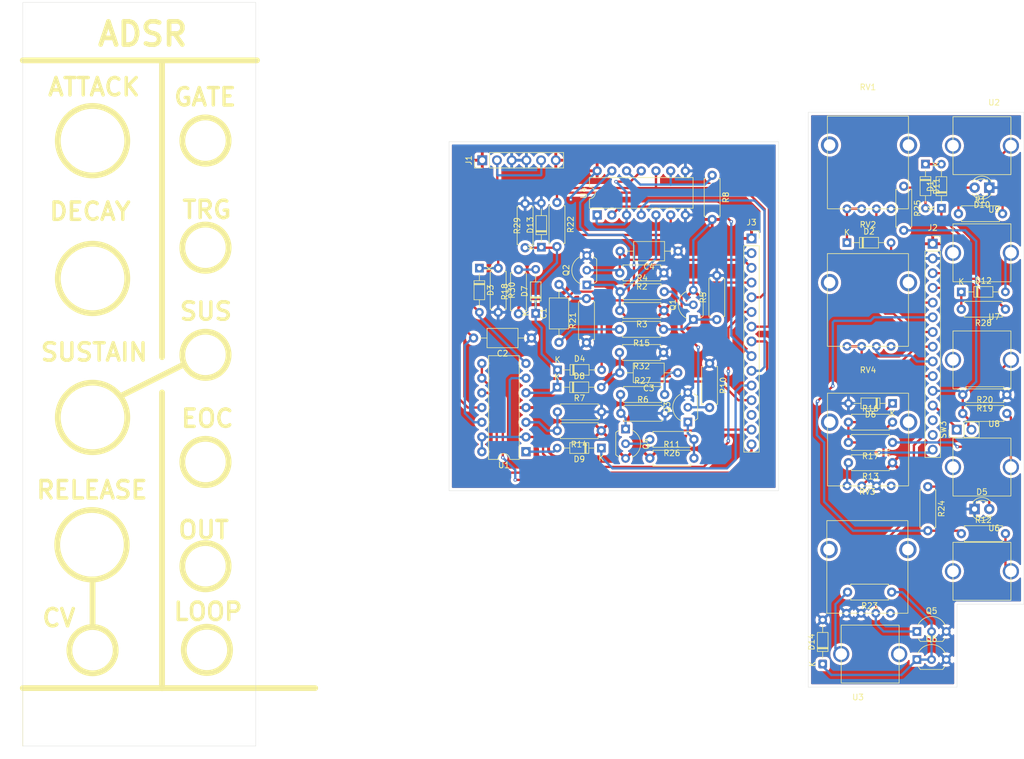
<source format=kicad_pcb>
(kicad_pcb (version 20241229) (generator "pcbnew") (generator_version "9.0")
  (layers (0 "F.Cu" signal) (2 "B.Cu" signal) (13 "F.Paste" user) (15 "B.Paste" user) (5 "F.SilkS" user "F.Silkscreen") (7 "B.SilkS" user "B.Silkscreen") (1 "F.Mask" user) (3 "B.Mask" user) (25 "Edge.Cuts" user))
  (net 0 "")
  (net 1 "Net-(D4-A)")
  (net 2 "Net-(C1-Pad1)")
  (net 3 "GND")
  (net 4 "GATEIN")
  (net 5 "CAP")
  (net 6 "Net-(C3-Pad1)")
  (net 7 "Net-(D3-K)")
  (net 8 "Net-(D5-A)")
  (net 9 "SUS")
  (net 10 "Net-(D9-A)")
  (net 11 "Net-(D2-K)")
  (net 12 "+12V")
  (net 13 "-12V")
  (net 14 "Net-(Q1-B)")
  (net 15 "GATE")
  (net 16 "GATE_INV")
  (net 17 "Net-(R1-Pad2)")
  (net 18 "Net-(D12-A)")
  (net 19 "LO_REF")
  (net 20 "Net-(D12-K)")
  (net 21 "Net-(R12-Pad2)")
  (net 22 "Net-(R16-Pad2)")
  (net 23 "Net-(R17-Pad1)")
  (net 24 "TRGIN")
  (net 25 "Net-(Q3-C)")
  (net 26 "Net-(Q4-B)")
  (net 27 "Net-(Q4-C)")
  (net 28 "Net-(D8-A)")
  (net 29 "Net-(R8-Pad1)")
  (net 30 "CAPBUF")
  (net 31 "Net-(D10-A)")
  (net 32 "Net-(D7-A)")
  (net 33 "ATTPOT1")
  (net 34 "Net-(D13-K)")
  (net 35 "LOOP")
  (net 36 "EOC")
  (net 37 "DECAYPOT2")
  (net 38 "RELPOT")
  (net 39 "Net-(D1-A)")
  (net 40 "Net-(D11-A)")
  (net 41 "Net-(R20-Pad2)")
  (net 42 "Net-(U4-Pad1)")
  (net 43 "DECAYPOT1")
  (net 46 "Net-(R13-Pad2)")
  (net 47 "Net-(R23-Pad2)")
  (net 48 "Net-(D14-K)")
  (footprint "Resistor_THT:R_Axial_DIN0207_L6.3mm_D2.5mm_P7.62mm_Horizontal" (layer "F.Cu") (at 170.28 92.65)
    (property "Reference" "R7")
    (property "Value" "100k")
  )
  (footprint "" (layer "F.Cu") (at 109.5 53.05 180)
    (property "Reference" "")
    (property "Value" "")
  )
  (footprint "Capacitor_THT:C_Axial_L5.1mm_D3.1mm_P10.00mm_Horizontal" (layer "F.Cu") (at 170.55 80.65 90)
    (property "Reference" "C1")
    (property "Value" "10n")
  )
  (footprint "Diode_THT:D_DO-34_SOD68_P7.62mm_Horizontal" (layer "F.Cu") (at 156.8 67.835 -90)
    (property "Reference" "D3")
    (property "Value" "D")
  )
  (footprint "Resistor_THT:R_Axial_DIN0207_L6.3mm_D2.5mm_P7.62mm_Horizontal" (layer "F.Cu") (at 230.09 53.68 -90)
    (property "Reference" "R25")
    (property "Value" "2k2")
  )
  (footprint "Resistor_THT:R_Axial_DIN0207_L6.3mm_D2.5mm_P7.62mm_Horizontal" (layer "F.Cu") (at 240.28 92.93)
    (property "Reference" "R20")
    (property "Value" "1k")
  )
  (footprint "Library:AlpsPot" (layer "F.Cu") (at 220.3 105.43)
    (property "Reference" "RV4")
    (property "Value" "R_Potentiometer")
  )
  (footprint "Resistor_THT:R_Axial_DIN0207_L6.3mm_D2.5mm_P7.62mm_Horizontal" (layer "F.Cu") (at 164.7 64.31 90)
    (property "Reference" "R29")
    (property "Value" "100k")
  )
  (footprint "Resistor_THT:R_Axial_DIN0207_L6.3mm_D2.5mm_P7.62mm_Horizontal" (layer "F.Cu") (at 177.86 95.9 180)
    (property "Reference" "R14")
    (property "Value" "100k")
  )
  (footprint "MountingHole:MountingHole_3.2mm_M3" (layer "F.Cu") (at 89.9 115.52182 180)
    (property "Reference" "REF**" (hide yes))
    (property "Value" "MountingHole_3.2mm_M3" (hide yes))
  )
  (footprint "Diode_THT:D_DO-34_SOD68_P7.62mm_Horizontal" (layer "F.Cu") (at 166.525 75.65 90)
    (property "Reference" "D7")
    (property "Value" "D")
  )
  (footprint "MountingHole:MountingHole_3.2mm_M3" (layer "F.Cu") (at 90 133.8 -90)
    (property "Reference" "REF**" (hide yes))
    (property "Value" "MountingHole_3.2mm_M3" (hide yes))
  )
  (footprint "Resistor_THT:R_Axial_DIN0207_L6.3mm_D2.5mm_P7.62mm_Horizontal" (layer "F.Cu") (at 228.15 97.93 180)
    (property "Reference" "R17")
    (property "Value" "10k")
  )
  (footprint "Library:3mm5 Mono Aux" (layer "F.Cu") (at 243.59 65.18)
    (property "Reference" "U9")
    (property "Value" "Aux_flush")
  )
  (footprint "Resistor_THT:R_Axial_DIN0207_L6.3mm_D2.5mm_P7.62mm_Horizontal" (layer "F.Cu") (at 196.55 84.28 -90)
    (property "Reference" "R10")
    (property "Value" "10k")
  )
  (footprint "Diode_THT:D_DO-34_SOD68_P7.62mm_Horizontal" (layer "F.Cu") (at 216.09 136.195 90)
    (property "Reference" "D14")
    (property "Value" "D")
  )
  (footprint "Diode_THT:D_DO-34_SOD68_P7.62mm_Horizontal" (layer "F.Cu") (at 177.865 98.9 180)
    (property "Reference" "D9")
    (property "Value" "D")
  )
  (footprint "Resistor_THT:R_Axial_DIN0207_L6.3mm_D2.5mm_P7.62mm_Horizontal" (layer "F.Cu") (at 188.67 68.65 180)
    (property "Reference" "R2")
    (property "Value" "10k")
  )
  (footprint "MountingHole:MountingHole_3.2mm_M3" (layer "F.Cu") (at 109.75 133.75 -90)
    (property "Reference" "REF**" (hide yes))
    (property "Value" "MountingHole_3.2mm_M3" (hide yes))
  )
  (footprint "Package_TO_SOT_THT:TO-92L_Inline_Wide" (layer "F.Cu") (at 192.8 94.4 90)
    (property "Reference" "Q3")
    (property "Value" "BC547")
  )
  (footprint "Resistor_THT:R_Axial_DIN0207_L6.3mm_D2.5mm_P7.62mm_Horizontal" (layer "F.Cu") (at 197.8 76.71 90)
    (property "Reference" "R5")
    (property "Value" "100k")
  )
  (footprint "Package_TO_SOT_THT:TO-92L_Inline_Wide" (layer "F.Cu") (at 193.75 76.7 90)
    (property "Reference" "Q1")
    (property "Value" "BC557")
  )
  (footprint "Resistor_THT:R_Axial_DIN0207_L6.3mm_D2.5mm_P7.62mm_Horizontal" (layer "F.Cu") (at 240.03 113.68)
    (property "Reference" "R12")
    (property "Value" "1k")
  )
  (footprint "Resistor_THT:R_Axial_DIN0207_L6.3mm_D2.5mm_P7.62mm_Horizontal" (layer "F.Cu") (at 193.86 97.4 180)
    (property "Reference" "R26")
    (property "Value" "10k")
  )
  (footprint "Package_TO_SOT_THT:TO-92L_Inline_Wide" (layer "F.Cu") (at 182.05 95.61 -90)
    (property "Reference" "Q4")
    (property "Value" "BC557")
  )
  (footprint "Resistor_THT:R_Axial_DIN0207_L6.3mm_D2.5mm_P7.62mm_Horizontal" (layer "F.Cu") (at 186.24 100.65)
    (property "Reference" "R11")
    (property "Value" "10k")
  )
  (footprint "Resistor_THT:R_Axial_DIN0207_L6.3mm_D2.5mm_P7.62mm_Horizontal" (layer "F.Cu") (at 220.53 94.43)
    (property "Reference" "R16")
    (property "Value" "47k")
  )
  (footprint "Resistor_THT:R_Axial_DIN0207_L6.3mm_D2.5mm_P7.62mm_Horizontal" (layer "F.Cu") (at 188.61 82.4 180)
    (property "Reference" "R32")
    (property "Value" "100k")
  )
  (footprint "LED_THT:LED_D3.0mm" (layer "F.Cu") (at 242.315 109.43)
    (property "Reference" "D5")
    (property "Value" "LED")
  )
  (footprint "Library:3mm5 Mono Aux" (layer "F.Cu") (at 224.29 134.48 180)
    (property "Reference" "U3")
    (property "Value" "Aux_flush")
  )
  (footprint "MountingHole:MountingHole_3.2mm_M3" (layer "F.Cu") (at 109.5 64.3 90)
    (property "Reference" "REF**" (hide yes))
    (property "Value" "MountingHole_3.2mm_M3" (hide yes))
  )
  (footprint "Diode_THT:D_DO-34_SOD68_P7.62mm_Horizontal" (layer "F.Cu") (at 228.155 91.18 180)
    (property "Reference" "D6")
    (property "Value" "D")
  )
  (footprint "Capacitor_THT:C_Axial_L5.1mm_D3.1mm_P10.00mm_Horizontal" (layer "F.Cu") (at 165.8 79.9 180)
    (property "Reference" "C2")
    (property "Value" "C")
  )
  (footprint "Connector_PinHeader_2.54mm:PinHeader_1x06_P2.54mm_Vertical" (layer "F.Cu") (at 157.3 49.2 90)
    (property "Reference" "J1")
    (property "Value" "Conn_01x06_Pin")
  )
  (footprint "MountingHole:MountingHole_3.2mm_M3" (layer "F.Cu") (at 83.501664 147.523833)
    (property "Reference" "REF**" (hide yes))
    (property "Value" "MountingHole_3.2mm_M3")
  )
  (footprint "Package_TO_SOT_THT:TO-92L_Inline_Wide" (layer "F.Cu") (at 232.35 130.58)
    (property "Reference" "Q5")
    (property "Value" "BC547")
  )
  (footprint "Resistor_THT:R_Axial_DIN0207_L6.3mm_D2.5mm_P7.62mm_Horizontal" (layer "F.Cu") (at 234.24 105.56 -90)
    (property "Reference" "R24")
    (property "Value" "2k2")
  )
  (footprint "Diode_THT:D_DO-34_SOD68_P7.62mm_Horizontal" (layer "F.Cu") (at 233.84 49.865 -90)
    (property "Reference" "D11")
    (property "Value" "D")
  )
  (footprint "Resistor_THT:R_Axial_DIN0207_L6.3mm_D2.5mm_P7.62mm_Horizontal" (layer "F.Cu") (at 188.61 78.4 180)
    (property "Reference" "R15")
    (property "Value" "10k")
  )
  (footprint "MountingHole:MountingHole_3.2mm_M3" (layer "F.Cu") (at 109.5 101.3 -90)
    (property "Reference" "REF**" (hide yes))
    (property "Value" "MountingHole_3.2mm_M3" (hide yes))
  )
  (footprint "Diode_THT:D_DO-34_SOD68_P7.62mm_Horizontal" (layer "F.Cu") (at 236.59 57.495 90)
    (property "Reference" "D1")
    (property "Value" "D")
  )
  (footprint "MountingHole:MountingHole_3.2mm_M3" (layer "F.Cu") (at 113.981664 147.523833)
    (property "Reference" "REF**" (hide yes))
    (property "Value" "MountingHole_3.2mm_M3")
  )
  (footprint "MountingHole:MountingHole_3.2mm_M3" (layer "F.Cu") (at 90 69.59327)
    (property "Reference" "REF**" (hide yes))
    (property "Value" "MountingHole_3.2mm_M3" (hide yes))
  )
  (footprint "Resistor_THT:R_Axial_DIN0207_L6.3mm_D2.5mm_P7.62mm_Horizontal" (layer "F.Cu") (at 181.11 71.9)
    (property "Reference" "R4")
    (property "Value" "10k")
  )
  (footprint "MountingHole:MountingHole_3.2mm_M3" (layer "F.Cu") (at 90 45.8)
    (property "Reference" "REF**" (hide yes))
    (property "Value" "MountingHole_3.2mm_M3" (hide yes))
  )
  (footprint "" (layer "F.Cu") (at 109.5 108.55)
    (property "Reference" "")
    (property "Value" "")
  )
  (footprint "Resistor_THT:R_Axial_DIN0207_L6.3mm_D2.5mm_P7.62mm_Horizontal" (layer "F.Cu") (at 197 51.8 -90)
    (property "Reference" "R8")
    (property "Value" "10k")
  )
  (footprint "Diode_THT:D_DO-34_SOD68_P7.62mm_Horizontal" (layer "F.Cu") (at 167.5 64.215 90)
    (property "Reference" "D13")
    (property "Value" "D")
  )
  (footprint "Resistor_THT:R_Axial_DIN0207_L6.3mm_D2.5mm_P7.62mm_Horizontal" (layer "F.Cu") (at 181.18 89.65)
    (property "Reference" "R27")
    (property "Value" "10k")
  )
  (footprint "Resistor_THT:R_Axial_DIN0207_L6.3mm_D2.5mm_P7.62mm_Horizontal" (layer "F.Cu") (at 188.67 75.15 180)
    (property "Reference" "R3")
    (property "Value" "10k")
  )
  (footprint "Library:3mm5 Mono Aux" (layer "F.Cu") (at 243.59 120.18)
    (property "Reference" "U6")
    (property "Value" "Aux_flush")
  )
  (footprint "Connector_PinSocket_2.54mm:PinSocket_1x15_P2.54mm_Vertical" (layer "F.Cu") (at 235.09 63.62)
    (property "Reference" "J2")
    (property "Value" "Conn_01x15_Pin")
  )
  (footprint "Diode_THT:D_DO-34_SOD68_P7.62mm_Horizontal" (layer "F.Cu") (at 240.025 71.93)
    (property "Reference" "D12")
    (property "Value" "D")
  )
  (footprint "Package_TO_SOT_THT:TO-92L_Inline_Wide" (layer "F.Cu") (at 232.35 135.43)
    (property "Reference" "Q6")
    (property "Value" "BC547")
  )
  (footprint "Resistor_THT:R_Axial_DIN0207_L6.3mm_D2.5mm_P7.62mm_Horizontal" (layer "F.Cu") (at 239.53 58.43)
    (property "Reference" "R1")
    (property "Value" "100k")
  )
  (footprint "Library:AlpsPot" (layer "F.Cu") (at 220.28 57.579)
    (property "Reference" "RV1")
    (property "Value" "R_Potentiometer")
  )
  (footprint "Package_TO_SOT_THT:TO-92L_Inline_Wide" (layer "F.Cu") (at 175.36 70.73 90)
    (property "Reference" "Q2")
    (property "Value" "BC547")
  )
  (footprint "Connector_PinSocket_2.54mm:PinSocket_1x15_P2.54mm_Vertical" (layer "F.Cu") (at 203.8 62.7)
    (property "Reference" "J3")
    (property "Value" "Conn_01x15_Pin")
  )
  (footprint "LED_THT:LED_D3.0mm" (layer "F.Cu") (at 244.865 53.93 180)
    (property "Reference" "D10")
    (property "Value" "LED")
  )
  (footprint "Package_DIP:DIP-14_W7.62mm" (layer "F.Cu") (at 164.85 99.525 180)
    (property "Reference" "U1")
    (property "Value" "TL074")
  )
  (footprint "Capacitor_THT:C_Axial_L5.1mm_D3.1mm_P10.00mm_Horizontal" (layer "F.Cu") (at 191.05 85.9 180)
    (property "Reference" "C3")
    (property "Value" "10n")
  )
  (footprint "Diode_THT:D_DO-34_SOD68_P7.62mm_Horizontal" (layer "F.Cu") (at 170.235 88.4)
    (property "Reference" "D8")
    (property "Value" "D")
  )
  (footprint "Resistor_THT:R_Axial_DIN0207_L6.3mm_D2.5mm_P7.62mm_Horizontal" (layer "F.Cu") (at 181.24 92.9)
    (property "Reference" "R6")
    (property "Value" "100k")
  )
  (footprint "Resistor_THT:R_Axial_DIN0207_L6.3mm_D2.5mm_P7.62mm_Horizontal" (layer "F.Cu") (at 247.65 74.93 180)
    (property "Reference" "R28")
    (property "Value" "100k")
  )
  (footprint "MountingHole:MountingHole_3.2mm_M3" (layer "F.Cu") (at 109.5 119.3 90)
    (property "Reference" "REF**" (hide yes))
    (property "Value" "MountingHole_3.2mm_M3" (hide yes))
  )
  (footprint "MountingHole:MountingHole_3.2mm_M3" (layer "F.Cu") (at 90 93.62855 180)
    (property "Reference" "REF**" (hide yes))
    (property "Value" "MountingHole_3.2mm_M3" (hide yes))
  )
  (footprint "MountingHole:MountingHole_3.2mm_M3" (layer "F.Cu") (at 109.5 82.8 -90)
    (property "Reference" "REF**" (hide yes))
    (property "Value" "MountingHole_3.2mm_M3" (hide yes))
  )
  (footprint "Resistor_THT:R_Axial_DIN0207_L6.3mm_D2.5mm_P7.62mm_Horizontal" (layer "F.Cu") (at 228 123.78 180)
    (property "Reference" "R23")
    (property "Value" "10k")
  )
  (footprint "Connector_PinHeader_2.54mm:PinHeader_1x02_P2.54mm_Vertical" (layer "F.Cu") (at 239.24 95.73 90)
    (property "Reference" "SW3")
    (property "Value" "SW_SPST")
  )
  (footprint "Diode_THT:D_DO-34_SOD68_P7.62mm_Horizontal" (layer "F.Cu") (at 170.3 85.4)
    (property "Reference" "D4")
    (property "Value" "D")
  )
  (footprint "Resistor_THT:R_Axial_DIN0207_L6.3mm_D2.5mm_P7.62mm_Horizontal" (layer "F.Cu") (at 175.3 80.71 90)
    (property "Reference" "R21")
    (property "Value" "100k")
  )
  (footprint "Resistor_THT:R_Axial_DIN0207_L6.3mm_D2.5mm_P7.62mm_Horizontal" (layer "F.Cu") (at 170.2 56.49 -90)
    (property "Reference" "R22")
    (property "Value" "33k")
  )
  (footprint "MountingHole:MountingHole_3.2mm_M3" (layer "F.Cu") (at 113.98 25)
    (property "Reference" "REF**" (hide yes))
    (property "Value" "MountingHole_3.2mm_M3")
  )
  (footprint "Capacitor_THT:C_Axial_L5.1mm_D3.1mm_P10.00mm_Horizontal" (layer "F.Cu") (at 191.11 64.9 180)
    (property "Reference" "C4")
    (property "Value" "C")
  )
  (footprint "Package_DIP:DIP-14_W7.62mm" (layer "F.Cu") (at 177.14 58.65 90)
    (property "Reference" "U4")
    (property "Value" "4066")
  )
  (footprint "Resistor_THT:R_Axial_DIN0207_L6.3mm_D2.5mm_P7.62mm_Horizontal" (layer "F.Cu") (at 228.15 101.43 180)
    (property "Reference" "R13")
    (property "Value" "10k")
  )
  (footprint "Library:AlpsPot" (layer "F.Cu") (at 220.28 81.329)
    (property "Reference" "RV2")
    (property "Value" "R_Potentiometer")
  )
  (footprint "Library:AlpsPot" (layer "F.Cu") (at 220.18 127.429)
    (property "Reference" "RV3")
    (property "Value" "R_Potentiometer")
  )
  (footprint "Resistor_THT:R_Axial_DIN0207_L6.3mm_D2.5mm_P7.62mm_Horizontal" (layer "F.Cu") (at 247.9 89.68 180)
    (property "Reference" "R19")
    (property "Value" "100k")
  )
  (footprint "Diode_THT:D_DO-34_SOD68_P7.62mm_Horizontal" (layer "F.Cu") (at 220.275 63.43)
    (property "Reference" "D2")
    (property "Value" "D")
  )
  (footprint "Resistor_THT:R_Axial_DIN0207_L6.3mm_D2.5mm_P7.62mm_Horizontal" (layer "F.Cu") (at 163.55 75.71 90)
    (property "Reference" "R18")
    (property "Value" "10k")
  )
  (footprint "Resistor_THT:R_Axial_DIN0207_L6.3mm_D2.5mm_P7.62mm_Horizontal" (layer "F.Cu") (at 160.05 67.84 -90)
    (property "Reference" "R30")
    (property "Value" "100k")
  )
  (footprint "Library:3mm5 Mono Aux" (layer "F.Cu") (at 243.59 83.68)
    (property "Reference" "U7")
    (property "Value" "Aux_flush")
  )
  (footprint "Library:3mm5 Mono Aux" (layer "F.Cu") (at 243.59 46.68)
    (property "Reference" "U2")
    (property "Value" "Aux_flush")
  )
  (footprint "MountingHole:MountingHole_3.2mm_M3" (layer "F.Cu") (at 83.5 25)
    (property "Reference" "REF**" (hide yes))
    (property "Value" "MountingHole_3.2mm_M3")
  )
  (footprint "Library:3mm5 Mono Aux" (layer "F.Cu") (at 243.59 102.18)
    (property "Reference" "U8")
    (property "Value" "Aux_flush")
  )
  (footprint "MountingHole:MountingHole_3.2mm_M3" (layer "F.Cu") (at 109.5 45.8 -90)
    (property "Reference" "REF**" (hide yes))
    (property "Value" "MountingHole_3.2mm_M3" (hide yes))
  )
  (gr_line (start 118.4 31.95) (end 77.95 31.95) (stroke (width 1)) (layer "F.SilkS"))
  (gr_circle (center 89.9 115.599167) (end 83.899167 115.599167) (stroke (width 1)) (fill no) (layer "F.SilkS"))
  (gr_circle (center 109.5 82.8) (end 109.5 86.8) (stroke (width 1)) (fill no) (layer "F.SilkS"))
  (gr_circle (center 90 93.61091) (end 83.999167 93.61091) (stroke (width 1)) (fill no) (layer "F.SilkS"))
  (gr_circle (center 109.5 64.3) (end 109.5 60.3) (stroke (width 1)) (fill no) (layer "F.SilkS"))
  (gr_circle (center 90 45.81764) (end 96.000833 45.81764) (stroke (width 1)) (fill no) (layer "F.SilkS"))
  (gr_circle (center 90 133.8) (end 90 137.8) (stroke (width 1)) (fill no) (layer "F.SilkS"))
  (gr_line (start 77.95 150.35) (end 77.95 140.35) (stroke (width 0.1)) (layer "F.SilkS"))
  (gr_line (start 102 89.3) (end 102 140.375) (stroke (width 1)) (layer "F.SilkS"))
  (gr_line (start 105.7 84.5) (end 94.9 89.9) (stroke (width 1)) (layer "F.SilkS"))
  (gr_circle (center 109.5 119.3) (end 109.5 115.3) (stroke (width 1)) (fill no) (layer "F.SilkS"))
  (gr_line (start 90 129.5) (end 90 121.6) (stroke (width 1)) (layer "F.SilkS"))
  (gr_circle (center 109.5 45.8) (end 109.5 49.8) (stroke (width 1)) (fill no) (layer "F.SilkS"))
  (gr_circle (center 90 69.61091) (end 96.000833 69.61091) (stroke (width 1)) (fill no) (layer "F.SilkS"))
  (gr_circle (center 109.5 101.3) (end 109.5 105.3) (stroke (width 1)) (fill no) (layer "F.SilkS"))
  (gr_line (start 77.95 140.35) (end 128.45 140.35) (stroke (width 1)) (layer "F.SilkS"))
  (gr_line (start 102 31.95) (end 102 83.2) (stroke (width 1)) (layer "F.SilkS"))
  (gr_circle (center 109.75 133.75) (end 109.75 137.75) (stroke (width 1)) (fill no) (layer "F.SilkS"))
  (gr_line (start 239.29 140.18) (end 213.59 140.18) (stroke (width 0.05)) (layer "Edge.Cuts"))
  (gr_line (start 239.29 140.18) (end 239.29 125.88) (stroke (width 0.05)) (layer "Edge.Cuts"))
  (gr_line (start 250.84 125.88) (end 239.29 125.88) (stroke (width 0.05)) (layer "Edge.Cuts"))
  (gr_line (start 250.84 40.93) (end 250.84 125.88) (stroke (width 0.05)) (layer "Edge.Cuts"))
  (gr_rect (start 151.56 45.98) (end 208.46 106.28) (stroke (width 0.05)) (fill no) (layer "Edge.Cuts"))
  (gr_rect (start 77.95 21.95) (end 118.2 150.35) (stroke (width 0.05)) (fill no) (layer "Edge.Cuts"))
  (gr_line (start 213.59 40.93) (end 250.84 40.93) (stroke (width 0.05)) (layer "Edge.Cuts"))
  (gr_line (start 213.59 40.93) (end 213.59 140.18) (stroke (width 0.05)) (layer "Edge.Cuts"))
  (gr_text "ATTACK\n" (at 82 38.31091 0) (layer "F.SilkS") (effects (font (size 3 3) (thickness 0.6) (bold yes)) (justify left bottom)))
  (gr_text "LOOP" (at 103.7 128.9 0) (layer "F.SilkS") (effects (font (size 3 3) (thickness 0.6) (bold yes)) (justify left bottom)))
  (gr_text "TRG" (at 105.2 59.5 0) (layer "F.SilkS") (effects (font (size 3 3) (thickness 0.6) (bold yes)) (justify left bottom)))
  (gr_text "EOC\n" (at 105 95.55 0) (layer "F.SilkS") (effects (font (size 3 3) (thickness 0.6) (bold yes)) (justify left bottom)))
  (gr_text "GATE" (at 103.75 40.05 0) (layer "F.SilkS") (effects (font (size 3 3) (thickness 0.6) (bold yes)) (justify left bottom)))
  (gr_text "OUT\n" (at 104.5 114.8 0) (layer "F.SilkS") (effects (font (size 3 3) (thickness 0.6) (bold yes)) (justify left bottom)))
  (gr_text "SUSTAIN\n" (at 80.75 84.11091 0) (layer "F.SilkS") (effects (font (size 3 3) (thickness 0.6) (bold yes)) (justify left bottom)))
  (gr_text "ADSR" (at 90.5 29.75 0) (layer "F.SilkS") (effects (font (size 4 4) (thickness 0.8) (bold yes)) (justify left bottom)))
  (gr_text "DECAY" (at 82.25 59.8 0) (layer "F.SilkS") (effects (font (size 3 3) (thickness 0.6) (bold yes)) (justify left bottom)))
  (gr_text "SUS" (at 104.75 77.05 0) (layer "F.SilkS") (effects (font (size 3 3) (thickness 0.6) (bold yes)) (justify left bottom)))
  (gr_text "CV" (at 81 130 0) (layer "F.SilkS") (effects (font (size 3 3) (thickness 0.6) (bold yes)) (justify left bottom)))
  (gr_text "RELEASE" (at 80 107.90418 0) (layer "F.SilkS") (effects (font (size 3 3) (thickness 0.6) (bold yes)) (justify left bottom)))
  (segment (start 177.92 74.27) (end 177.92 85.4) (width 0.4) (layer "F.Cu") (net 1))
  (segment (start 175.3 73.09) (end 176.74 73.09) (width 0.4) (layer "F.Cu") (net 1))
  (segment (start 176.74 73.09) (end 177.92 74.27) (width 0.4) (layer "F.Cu") (net 1))
  (segment (start 175.3 73.09) (end 172.99 73.09) (width 0.4) (layer "B.Cu") (net 1))
  (segment (start 172.99 73.09) (end 170.55 70.65) (width 0.4) (layer "B.Cu") (net 1))
  (segment (start 172.8 78.4) (end 170.55 80.65) (width 0.4) (layer "B.Cu") (net 2))
  (segment (start 180.99 78.4) (end 172.8 78.4) (width 0.4) (layer "B.Cu") (net 2))
  (segment (start 203.8 67.78) (end 202.42 66.4) (width 0.4) (layer "F.Cu") (net 4))
  (segment (start 236.59 58.93) (end 240.84 63.18) (width 0.4) (layer "F.Cu") (net 4))
  (segment (start 240.84 63.18) (end 240.84 66.18) (width 0.4) (layer "F.Cu") (net 4))
  (segment (start 236.59 57.495) (end 236.59 58.93) (width 0.4) (layer "F.Cu") (net 4))
  (segment (start 240.84 66.18) (end 238.32 68.7) (width 0.4) (layer "F.Cu") (net 4))
  (segment (start 181.05 64.96) (end 181.11 64.9) (width 0.4) (layer "F.Cu") (net 4))
  (segment (start 202.42 66.4) (end 182.61 66.4) (width 0.4) (layer "F.Cu") (net 4))
  (segment (start 238.32 68.7) (end 235.09 68.7) (width 0.4) (layer "F.Cu") (net 4))
  (segment (start 182.61 66.4) (end 181.11 64.9) (width 0.4) (layer "F.Cu") (net 4))
  (segment (start 181.05 68.65) (end 181.05 64.96) (width 0.4) (layer "F.Cu") (net 4))
  (segment (start 175.36 68.19) (end 180.59 68.19) (width 0.4) (layer "B.Cu") (net 4))
  (segment (start 181.11 68.59) (end 181.05 68.65) (width 0.4) (layer "B.Cu") (net 4))
  (segment (start 180.59 68.19) (end 181.05 68.65) (width 0.4) (layer "B.Cu") (net 4))
  (segment (start 225.39 74.18) (end 226.89 75.68) (width 0.4) (layer "F.Cu") (net 5))
  (segment (start 225.36 57.579) (end 225.36 74.05) (width 0.4) (layer "F.Cu") (net 5))
  (segment (start 204.4 54) (end 187.3 54) (width 0.4) (layer "F.Cu") (net 5))
  (segment (start 187.3 54) (end 163.9 54) (width 0.4) (layer "F.Cu") (net 5))
  (segment (start 187.3 51.03) (end 187.3 54) (width 0.4) (layer "F.Cu") (net 5))
  (segment (start 206.76 77.94) (end 206.8 77.9) (width 0.4) (layer "F.Cu") (net 5))
  (segment (start 203.8 77.94) (end 206.76 77.94) (width 0.4) (layer "F.Cu") (net 5))
  (segment (start 206.8 56.4) (end 204.4 54) (width 0.4) (layer "F.Cu") (net 5))
  (segment (start 225.36 74.05) (end 225.39 74.08) (width 0.4) (layer "F.Cu") (net 5))
  (segment (start 231.52 78.86) (end 235.09 78.86) (width 0.4) (layer "F.Cu") (net 5))
  (segment (start 154.3 78.4) (end 155.8 79.9) (width 0.4) (layer "F.Cu") (net 5))
  (segment (start 225.39 74.08) (end 225.39 74.18) (width 0.4) (layer "F.Cu") (net 5))
  (segment (start 228.34 75.68) (end 231.52 78.86) (width 0.4) (layer "F.Cu") (net 5))
  (segment (start 155.8 79.9) (end 155.55 79.9) (width 0.4) (layer "F.Cu") (net 5))
  (segment (start 226.89 75.68) (end 228.34 75.68) (width 0.4) (layer "F.Cu") (net 5))
  (segment (start 206.8 77.9) (end 206.8 56.4) (width 0.4) (layer "F.Cu") (net 5))
  (segment (start 163.9 54) (end 154.3 63.6) (width 0.4) (layer "F.Cu") (net 5))
  (segment (start 154.3 63.6) (end 154.3 78.4) (width 0.4) (layer "F.Cu") (net 5))
  (segment (start 155.845 94.445) (end 157.23 94.445) (width 0.4) (layer "B.Cu") (net 5))
  (segment (start 155.55 79.9) (end 154.3 81.15) (width 0.4) (layer "B.Cu") (net 5))
  (segment (start 154.3 81.15) (end 154.3 92.9) (width 0.4) (layer "B.Cu") (net 5))
  (segment (start 154.3 92.9) (end 155.845 94.445) (width 0.4) (layer "B.Cu") (net 5))
  (segment (start 191.05 85.9) (end 189.8 85.9) (width 0.4) (layer "B.Cu") (net 6))
  (segment (start 189.8 85.9) (end 188.8 86.9) (width 0.4) (layer "B.Cu") (net 6))
  (segment (start 188.8 86.9) (end 188.8 89.65) (width 0.4) (layer "B.Cu") (net 6))
  (segment (start 164.3 62.1) (end 160.05 66.35) (width 0.4) (layer "F.Cu") (net 7))
  (segment (start 160.05 66.35) (end 160.05 67.84) (width 0.4) (layer "F.Cu") (net 7))
  (segment (start 189.84 58.65) (end 189.84 61.61) (width 0.4) (layer "F.Cu") (net 7))
  (segment (start 189.35 62.1) (end 164.3 62.1) (width 0.4) (layer "F.Cu") (net 7))
  (segment (start 189.84 61.61) (end 189.35 62.1) (width 0.4) (layer "F.Cu") (net 7))
  (segment (start 160.045 67.835) (end 160.05 67.84) (width 0.4) (layer "B.Cu") (net 7))
  (segment (start 156.8 67.835) (end 160.045 67.835) (width 0.4) (layer "B.Cu") (net 7))
  (segment (start 244.855 105.945) (end 244.855 109.43) (width 0.4) (layer "F.Cu") (net 8))
  (segment (start 244.47 105.56) (end 244.855 105.945) (width 0.4) (layer "F.Cu") (net 8))
  (segment (start 234.24 105.56) (end 244.47 105.56) (width 0.4) (layer "F.Cu") (net 8))
  (segment (start 220.53 97.93) (end 220.53 94.43) (width 0.4) (layer "F.Cu") (net 9))
  (segment (start 158.265 89.365) (end 157.23 89.365) (width 0.4) (layer "F.Cu") (net 9))
  (segment (start 159.8 90.9) (end 158.265 89.365) (width 0.4) (layer "F.Cu") (net 9))
  (segment (start 222.59 97.93) (end 220.53 97.93) (width 0.4) (layer "F.Cu") (net 9))
  (segment (start 203.8 98.26) (end 203.8 99.4) (width 0.4) (layer "F.Cu") (net 9))
  (segment (start 200.05 103.15) (end 161.15 103.15) (width 0.4) (layer "F.Cu") (net 9))
  (segment (start 225.84 99.68) (end 224.34 99.68) (width 0.4) (layer "F.Cu") (net 9))
  (segment (start 224.905 94.43) (end 228.155 91.18) (width 0.4) (layer "F.Cu") (net 9))
  (segment (start 203.8 99.4) (end 200.05 103.15) (width 0.4) (layer "F.Cu") (net 9))
  (segment (start 159.8 101.8) (end 159.8 90.9) (width 0.4) (layer "F.Cu") (net 9))
  (segment (start 224.34 99.68) (end 222.59 97.93) (width 0.4) (layer "F.Cu") (net 9))
  (segment (start 161.15 103.15) (end 159.8 101.8) (width 0.4) (layer "F.Cu") (net 9))
  (segment (start 220.53 94.43) (end 224.905 94.43) (width 0.4) (layer "F.Cu") (net 9))
  (via (at 225.84 99.68) (size 0.6) (drill 0.3) (layers "F.Cu" "B.Cu") (net 9))
  (segment (start 225.84 99.68) (end 234.59 99.68) (width 0.4) (layer "B.Cu") (net 9))
  (segment (start 234.59 99.68) (end 235.09 99.18) (width 0.4) (layer "B.Cu") (net 9))
  (segment (start 169.62 99.525) (end 170.245 98.9) (width 0.4) (layer "B.Cu") (net 10))
  (segment (start 164.85 99.525) (end 169.62 99.525) (width 0.4) (layer "B.Cu") (net 10))
  (segment (start 222.82 57.579) (end 220.28 57.579) (width 0.4) (layer "F.Cu") (net 11))
  (segment (start 220.28 57.579) (end 220.28 63.425) (width 0.4) (layer "F.Cu") (net 11))
  (segment (start 220.28 63.425) (end 220.275 63.43) (width 0.4) (layer "F.Cu") (net 11))
  (segment (start 172.6 56) (end 201.7 56) (width 0.4) (layer "F.Cu") (net 12))
  (segment (start 203.8 58.1) (end 203.8 62.7) (width 0.4) (layer "F.Cu") (net 12))
  (segment (start 201.7 56) (end 203.8 58.1) (width 0.4) (layer "F.Cu") (net 12))
  (via (at 172.6 56) (size 0.6) (drill 0.3) (layers "F.Cu" "B.Cu") (net 12))
  (segment (start 177.14 51.03) (end 172.6 55.57) (width 0.4) (layer "B.Cu") (net 12))
  (segment (start 193.75 63.01) (end 197 59.76) (width 0.4) (layer "B.Cu") (net 12))
  (segment (start 193.75 71.62) (end 193.75 63.01) (width 0.4) (layer "B.Cu") (net 12))
  (segment (start 197 59.76) (end 197 59.42) (width 0.4) (layer "B.Cu") (net 12))
  (segment (start 172.6 55.57) (end 172.6 56) (width 0.4) (layer "B.Cu") (net 12))
  (segment (start 159.9 49.26) (end 159.9 56.8) (width 0.4) (layer "F.Cu") (net 13))
  (segment (start 159.9 56.8) (end 153.3 63.4) (width 0.4) (layer "F.Cu") (net 13))
  (segment (start 154.805 91.905) (end 157.23 91.905) (width 0.4) (layer "F.Cu") (net 13))
  (segment (start 153.3 63.4) (end 153.3 90.4) (width 0.4) (layer "F.Cu") (net 13))
  (segment (start 153.3 90.4) (end 154.805 91.905) (width 0.4) (layer "F.Cu") (net 13))
  (segment (start 159.84 49.2) (end 159.9 49.26) (width 0.4) (layer "F.Cu") (net 13))
  (segment (start 167.5 49.24) (end 167.5 51.7) (width 0.4) (layer "B.Cu") (net 13))
  (segment (start 160 51.8) (end 159.9 51.7) (width 0.4) (layer "B.Cu") (net 13))
  (segment (start 159.9 49.26) (end 159.84 49.2) (width 0.4) (layer "B.Cu") (net 13))
  (segment (start 159.9 51.7) (end 159.9 49.26) (width 0.4) (layer "B.Cu") (net 13))
  (segment (start 167.4 51.8) (end 160 51.8) (width 0.4) (layer "B.Cu") (net 13))
  (segment (start 167.5 51.7) (end 167.4 51.8) (width 0.4) (layer "B.Cu") (net 13))
  (segment (start 167.46 49.2) (end 167.5 49.24) (width 0.4) (layer "B.Cu") (net 13))
  (segment (start 193.75 74.16) (end 192.31 74.16) (width 0.4) (layer "B.Cu") (net 14))
  (segment (start 192.31 74.16) (end 190.05 71.9) (width 0.4) (layer "B.Cu") (net 14))
  (segment (start 190.05 71.9) (end 188.73 71.9) (width 0.4) (layer "B.Cu") (net 14))
  (segment (start 183.5 73.29) (end 183.5 67.3) (width 0.4) (layer "F.Cu") (net 15))
  (segment (start 188.61 78.4) (end 183.5 73.29) (width 0.4) (layer "F.Cu") (net 15))
  (via (at 183.5 67.3) (size 0.6) (drill 0.3) (layers "F.Cu" "B.Cu") (net 15))
  (segment (start 192.05 78.4) (end 193.75 76.7) (width 0.4) (layer "B.Cu") (net 15))
  (segment (start 193.76 76.71) (end 193.75 76.7) (width 0.4) (layer "B.Cu") (net 15))
  (segment (start 174.2 56.51) (end 179.68 51.03) (width 0.4) (layer "B.Cu") (net 15))
  (segment (start 197.8 76.71) (end 193.76 76.71) (width 0.4) (layer "B.Cu") (net 15))
  (segment (start 183.5 67.3) (end 183.5 64) (width 0.4) (layer "B.Cu") (net 15))
  (segment (start 175.6 62.1) (end 174.2 60.7) (width 0.4) (layer "B.Cu") (net 15))
  (segment (start 183.5 64) (end 181.6 62.1) (width 0.4) (layer "B.Cu") (net 15))
  (segment (start 174.2 60.7) (end 174.2 56.51) (width 0.4) (layer "B.Cu") (net 15))
  (segment (start 181.6 62.1) (end 175.6 62.1) (width 0.4) (layer "B.Cu") (net 15))
  (segment (start 188.61 78.4) (end 192.05 78.4) (width 0.4) (layer "B.Cu") (net 15))
  (segment (start 195.23 95.72) (end 195.05 95.9) (width 0.4) (layer "F.Cu") (net 16))
  (segment (start 183.05 76.15) (end 182.05 76.15) (width 0.4) (layer "F.Cu") (net 16))
  (segment (start 182.05 76.15) (end 181.05 75.15) (width 0.4) (layer "F.Cu") (net 16))
  (segment (start 203.8 95.72) (end 195.23 95.72) (width 0.4) (layer "F.Cu") (net 16))
  (segment (start 183.05 90.4) (end 183.05 76.15) (width 0.4) (layer "F.Cu") (net 16))
  (segment (start 188.55 95.9) (end 183.05 90.4) (width 0.4) (layer "F.Cu") (net 16))
  (segment (start 195.05 95.9) (end 188.55 95.9) (width 0.4) (layer "F.Cu") (net 16))
  (segment (start 179.94 70.73) (end 181.11 71.9) (width 0.4) (layer "B.Cu") (net 16))
  (segment (start 187.3 66.15) (end 181.55 71.9) (width 0.4) (layer "B.Cu") (net 16))
  (segment (start 181.05 75.15) (end 181.05 71.96) (width 0.4) (layer "B.Cu") (net 16))
  (segment (start 181.05 71.96) (end 181.11 71.9) (width 0.4) (layer "B.Cu") (net 16))
  (segment (start 175.36 70.73) (end 179.94 70.73) (width 0.4) (layer "B.Cu") (net 16))
  (segment (start 181.55 71.9) (end 181.11 71.9) (width 0.4) (layer "B.Cu") (net 16))
  (segment (start 187.3 58.65) (end 187.3 66.15) (width 0.4) (layer "B.Cu") (net 16))
  (segment (start 247.15 48.12) (end 248.59 46.68) (width 0.4) (layer "F.Cu") (net 17))
  (segment (start 247.15 58.43) (end 247.15 48.12) (width 0.4) (layer "F.Cu") (net 17))
  (segment (start 247.645 71.93) (end 247.645 66.125) (width 0.4) (layer "B.Cu") (net 18))
  (segment (start 247.645 66.125) (end 248.59 65.18) (width 0.4) (layer "B.Cu") (net 18))
  (segment (start 168.55 95.9) (end 170.24 95.9) (width 0.4) (layer "B.Cu") (net 19))
  (segment (start 170.28 92.65) (end 170.28 95.86) (width 0.4) (layer "B.Cu") (net 19))
  (segment (start 170.28 95.86) (end 170.24 95.9) (width 0.4) (layer "B.Cu") (net 19))
  (segment (start 164.85 94.445) (end 167.095 94.445) (width 0.4) (layer "B.Cu") (net 19))
  (segment (start 167.095 94.445) (end 168.55 95.9) (width 0.4) (layer "B.Cu") (net 19))
  (segment (start 240.025 71.93) (end 240.025 74.925) (width 0.4) (layer "F.Cu") (net 20))
  (segment (start 240.025 74.925) (end 240.03 74.93) (width 0.4) (layer "F.Cu") (net 20))
  (segment (start 247.65 113.68) (end 247.65 119.74) (width 0.4) (layer "F.Cu") (net 21))
  (segment (start 247.65 119.74) (end 248.59 120.68) (width 0.4) (layer "F.Cu") (net 21))
  (segment (start 226.59 95.99) (end 228.15 94.43) (width 0.4) (layer "F.Cu") (net 22))
  (segment (start 222.84 105.43) (end 226.59 101.68) (width 0.4) (layer "F.Cu") (net 22))
  (segment (start 226.59 101.68) (end 226.59 95.99) (width 0.4) (layer "F.Cu") (net 22))
  (segment (start 245.74 86.53) (end 248.59 83.68) (width 0.4) (layer "F.Cu") (net 23))
  (segment (start 245.74 98.68) (end 245.74 86.53) (width 0.4) (layer "F.Cu") (net 23))
  (segment (start 239.34 98.68) (end 245.74 98.68) (width 0.4) (layer "F.Cu") (net 23))
  (via (at 239.34 98.68) (size 0.6) (drill 0.3) (layers "F.Cu" "B.Cu") (net 23))
  (segment (start 238.59 97.93) (end 239.34 98.68) (width 0.4) (layer "B.Cu") (net 23))
  (segment (start 228.15 97.93) (end 238.59 97.93) (width 0.4) (layer "B.Cu") (net 23))
  (segment (start 247.65 74.93) (end 242.4 69.68) (width 0.4) (layer "F.Cu") (net 24))
  (segment (start 191.72 78.62) (end 194.6 81.5) (width 0.4) (layer "F.Cu") (net 24))
  (segment (start 237.53 71.24) (end 235.09 71.24) (width 0.4) (layer "F.Cu") (net 24))
  (segment (start 191.72 70.32) (end 191.72 78.62) (width 0.4) (layer "F.Cu") (net 24))
  (segment (start 203.8 70.32) (end 191.72 70.32) (width 0.4) (layer "F.Cu") (net 24))
  (segment (start 242.4 69.68) (end 239.09 69.68) (width 0.4) (layer "F.Cu") (net 24))
  (segment (start 239.09 69.68) (end 237.53 71.24) (width 0.4) (layer "F.Cu") (net 24))
  (via (at 194.6 81.5) (size 0.6) (drill 0.3) (layers "F.Cu" "B.Cu") (net 24))
  (segment (start 194.6 91.86) (end 194.6 81.5) (width 0.4) (layer "B.Cu") (net 24))
  (segment (start 196.51 91.86) (end 196.55 91.9) (width 0.4) (layer "B.Cu") (net 24))
  (segment (start 192.8 91.86) (end 196.51 91.86) (width 0.4) (layer "B.Cu") (net 24))
  (segment (start 192.8 94.4) (end 192.8 96.34) (width 0.4) (layer "B.Cu") (net 25))
  (segment (start 192.8 96.34) (end 193.86 97.4) (width 0.4) (layer "B.Cu") (net 25))
  (segment (start 193.86 100.65) (end 193.86 97.4) (width 0.4) (layer "B.Cu") (net 25))
  (segment (start 182.05 98.15) (end 185.49 98.15) (width 0.4) (layer "B.Cu") (net 26))
  (segment (start 185.49 98.15) (end 186.24 97.4) (width 0.4) (layer "B.Cu") (net 26))
  (segment (start 182.05 95.61) (end 182.05 93.71) (width 0.4) (layer "B.Cu") (net 27))
  (segment (start 181.18 92.84) (end 181.24 92.9) (width 0.4) (layer "B.Cu") (net 27))
  (segment (start 181.18 89.65) (end 181.18 92.84) (width 0.4) (layer "B.Cu") (net 27))
  (segment (start 182.05 93.71) (end 181.24 92.9) (width 0.4) (layer "B.Cu") (net 27))
  (segment (start 180.8 86.15) (end 180.105 86.15) (width 0.4) (layer "B.Cu") (net 28))
  (segment (start 180.105 86.15) (end 177.855 88.4) (width 0.4) (layer "B.Cu") (net 28))
  (segment (start 181.05 82.46) (end 180.99 82.4) (width 0.4) (layer "B.Cu") (net 28))
  (segment (start 181.05 85.9) (end 181.05 82.46) (width 0.4) (layer "B.Cu") (net 28))
  (segment (start 181.05 85.9) (end 180.8 86.15) (width 0.4) (layer "B.Cu") (net 28))
  (segment (start 184.59 53.4) (end 182.22 51.03) (width 0.4) (layer "B.Cu") (net 29))
  (segment (start 197 51.8) (end 197 52.14) (width 0.4) (layer "B.Cu") (net 29))
  (segment (start 197 52.14) (end 195.74 53.4) (width 0.4) (layer "B.Cu") (net 29))
  (segment (start 195.74 53.4) (end 189.84 53.4) (width 0.4) (layer "B.Cu") (net 29))
  (segment (start 189.84 53.4) (end 189.84 51.03) (width 0.4) (layer "B.Cu") (net 29))
  (segment (start 189.84 53.4) (end 184.59 53.4) (width 0.4) (layer "B.Cu") (net 29))
  (segment (start 217.84 88.18) (end 215.215 90.805) (width 0.4) (layer "F.Cu") (net 30))
  (segment (start 166.135 96.985) (end 167.8 98.65) (width 0.4) (layer "F.Cu") (net 30))
  (segment (start 199.8 97.9) (end 199.8 97.65) (width 0.4) (layer "F.Cu") (net 30))
  (segment (start 170.05 102.15) (end 195.55 102.15) (width 0.4) (layer "F.Cu") (net 30))
  (segment (start 203.8 75.4) (end 202.55 75.4) (width 0.4) (layer "F.Cu") (net 30))
  (segment (start 195.55 102.15) (end 199.8 97.9) (width 0.4) (layer "F.Cu") (net 30))
  (segment (start 167.8 99.9) (end 170.05 102.15) (width 0.4) (layer "F.Cu") (net 30))
  (segment (start 199.8 78.15) (end 199.8 85.65) (width 0.4) (layer "F.Cu") (net 30))
  (segment (start 239.53 113.18) (end 240.03 113.68) (width 0.4) (layer "F.Cu") (net 30))
  (segment (start 202.55 75.4) (end 199.8 78.15) (width 0.4) (layer "F.Cu") (net 30))
  (segment (start 234.24 113.18) (end 239.53 113.18) (width 0.4) (layer "F.Cu") (net 30))
  (segment (start 164.85 96.985) (end 166.135 96.985) (width 0.4) (layer "F.Cu") (net 30))
  (segment (start 167.8 98.65) (end 167.8 99.9) (width 0.4) (layer "F.Cu") (net 30))
  (via (at 217.84 88.18) (size 0.6) (drill 0.3) (layers "F.Cu" "B.Cu") (net 30))
  (via (at 199.8 85.65) (size 0.6) (drill 0.3) (layers "F.Cu" "B.Cu") (net 30))
  (via (at 199.8 97.65) (size 0.6) (drill 0.3) (layers "F.Cu" "B.Cu") (net 30))
  (via (at 215.215 90.805) (size 0.6) (drill 0.3) (layers "F.Cu" "B.Cu") (net 30))
  (segment (start 224.34 76.93) (end 218.09 76.93) (width 0.4) (layer "B.Cu") (net 30))
  (segment (start 162.375 86.825) (end 162.05 87.15) (width 0.4) (layer "B.Cu") (net 30))
  (segment (start 215.215 90.805) (end 215.09 90.93) (width 0.4) (layer "B.Cu") (net 30))
  (segment (start 164.85 86.825) (end 162.375 86.825) (width 0.4) (layer "B.Cu") (net 30))
  (segment (start 235.09 76.32) (end 224.95 76.32) (width 0.4) (layer "B.Cu") (net 30))
  (segment (start 217.84 77.18) (end 217.84 88.18) (width 0.4) (layer "B.Cu") (net 30))
  (segment (start 199.8 85.65) (end 199.8 97.65) (width 0.4) (layer "B.Cu") (net 30))
  (segment (start 216.34 108.18) (end 221.34 113.18) (width 0.4) (layer "B.Cu") (net 30))
  (segment (start 218.09 76.93) (end 217.84 77.18) (width 0.4) (layer "B.Cu") (net 30))
  (segment (start 157.23 99.525) (end 157.23 96.985) (width 0.4) (layer "B.Cu") (net 30))
  (segment (start 221.34 113.18) (end 234.24 113.18) (width 0.4) (layer "B.Cu") (net 30))
  (segment (start 215.09 96.68) (end 216.34 97.93) (width 0.4) (layer "B.Cu") (net 30))
  (segment (start 216.34 97.93) (end 216.34 108.18) (width 0.4) (layer "B.Cu") (net 30))
  (segment (start 215.09 90.93) (end 215.09 96.68) (width 0.4) (layer "B.Cu") (net 30))
  (segment (start 162.05 87.15) (end 162.05 96.985) (width 0.4) (layer "B.Cu") (net 30))
  (segment (start 164.85 96.985) (end 162.05 96.985) (width 0.4) (layer "B.Cu") (net 30))
  (segment (start 162.05 96.985) (end 157.23 96.985) (width 0.4) (layer "B.Cu") (net 30))
  (segment (start 224.95 76.32) (end 224.34 76.93) (width 0.4) (layer "B.Cu") (net 30))
  (segment (start 229.9 53.93) (end 229.65 53.68) (width 0.4) (layer "F.Cu") (net 31))
  (segment (start 242.325 53.93) (end 229.9 53.93) (width 0.4) (layer "F.Cu") (net 31))
  (segment (start 166.465 68.09) (end 166.525 68.03) (width 0.4) (layer "B.Cu") (net 32))
  (segment (start 163.55 68.09) (end 166.465 68.09) (width 0.4) (layer "B.Cu") (net 32))
  (segment (start 203.2 54.8) (end 170.3 54.8) (width 0.4) (layer "F.Cu") (net 33))
  (segment (start 155.05 64.05) (end 155.05 73.705) (width 0.4) (layer "F.Cu") (net 33))
  (segment (start 164.3 54.8) (end 155.05 64.05) (width 0.4) (layer "F.Cu") (net 33))
  (segment (start 227.895 63.43) (end 227.895 72.735) (width 0.4) (layer "F.Cu") (net 33))
  (segment (start 170.2 54.9) (end 170.3 54.8) (width 0.4) (layer "F.Cu") (net 33))
  (segment (start 203.8 72.86) (end 205.34 72.86) (width 0.4) (layer "F.Cu") (net 33))
  (segment (start 170.3 54.8) (end 164.3 54.8) (width 0.4) (layer "F.Cu") (net 33))
  (segment (start 206.05 72.15) (end 206.05 57.65) (width 0.4) (layer "F.Cu") (net 33))
  (segment (start 205.34 72.86) (end 206.05 72.15) (width 0.4) (layer "F.Cu") (net 33))
  (segment (start 170.2 56.49) (end 170.2 54.9) (width 0.4) (layer "F.Cu") (net 33))
  (segment (start 206.05 57.65) (end 203.2 54.8) (width 0.4) (layer "F.Cu") (net 33))
  (segment (start 227.895 72.735) (end 228.94 73.78) (width 0.4) (layer "F.Cu") (net 33))
  (segment (start 228.94 73.78) (end 235.09 73.78) (width 0.4) (layer "F.Cu") (net 33))
  (segment (start 155.05 73.705) (end 156.8 75.455) (width 0.4) (layer "F.Cu") (net 33))
  (segment (start 156.8 76.235) (end 156.8 75.455) (width 0.4) (layer "B.Cu") (net 33))
  (segment (start 164.85 84.285) (end 156.8 76.235) (width 0.4) (layer "B.Cu") (net 33))
  (segment (start 170 64.31) (end 170.2 64.11) (width 0.4) (layer "F.Cu") (net 34))
  (segment (start 164.7 64.31) (end 170 64.31) (width 0.4) (layer "F.Cu") (net 34))
  (segment (start 166.525 77.125) (end 167.55 78.15) (width 0.4) (layer "B.Cu") (net 34))
  (segment (start 170.3 85.4) (end 170.3 88.335) (width 0.4) (layer "B.Cu") (net 34))
  (segment (start 166.525 70.575) (end 170.2 66.9) (width 0.4) (layer "B.Cu") (net 34))
  (segment (start 169.27 89.365) (end 170.235 88.4) (width 0.4) (layer "B.Cu") (net 34))
  (segment (start 167.55 82.65) (end 170.3 85.4) (width 0.4) (layer "B.Cu") (net 34))
  (segment (start 170.2 66.9) (end 170.2 64.11) (width 0.4) (layer "B.Cu") (net 34))
  (segment (start 167.55 78.15) (end 167.55 82.65) (width 0.4) (layer "B.Cu") (net 34))
  (segment (start 166.525 75.65) (end 166.525 77.125) (width 0.4) (layer "B.Cu") (net 34))
  (segment (start 166.525 75.65) (end 166.525 70.575) (width 0.4) (layer "B.Cu") (net 34))
  (segment (start 170.3 88.335) (end 170.235 88.4) (width 0.4) (layer "B.Cu") (net 34))
  (segment (start 164.85 89.365) (end 169.27 89.365) (width 0.4) (layer "B.Cu") (net 34))
  (segment (start 235.32 91.56) (end 239.24 95.48) (width 0.4) (layer "F.Cu") (net 35))
  (segment (start 198.3 87.4) (end 186.05 87.4) (width 0.4) (layer "F.Cu") (net 35))
  (segment (start 239.24 95.48) (end 239.24 95.73) (width 0.4) (layer "F.Cu") (net 35))
  (segment (start 201.54 90.64) (end 198.3 87.4) (width 0.4) (layer "F.Cu") (net 35))
  (segment (start 165.05 73.15) (end 163.55 74.65) (width 0.4) (layer "F.Cu") (net 35))
  (segment (start 163.55 74.65) (end 163.55 75.71) (width 0.4) (layer "F.Cu") (net 35))
  (segment (start 173.05 71.9) (end 171.8 73.15) (width 0.4) (layer "F.Cu") (net 35))
  (segment (start 203.8 90.64) (end 201.54 90.64) (width 0.4) (layer "F.Cu") (net 35))
  (segment (start 185 86.35) (end 185 76.1) (width 0.4) (layer "F.Cu") (net 35))
  (segment (start 173.56 71.89) (end 173.55 71.9) (width 0.4) (layer "F.Cu") (net 35))
  (segment (start 178.29 71.89) (end 173.56 71.89) (width 0.4) (layer "F.Cu") (net 35))
  (segment (start 185 76.1) (end 182.3 73.4) (width 0.4) (layer "F.Cu") (net 35))
  (segment (start 171.8 73.15) (end 165.05 73.15) (width 0.4) (layer "F.Cu") (net 35))
  (segment (start 182.3 73.4) (end 179.8 73.4) (width 0.4) (layer "F.Cu") (net 35))
  (segment (start 235.09 91.56) (end 235.32 91.56) (width 0.4) (layer "F.Cu") (net 35))
  (segment (start 179.8 73.4) (end 178.29 71.89) (width 0.4) (layer "F.Cu") (net 35))
  (segment (start 186.05 87.4) (end 185 86.35) (width 0.4) (layer "F.Cu") (net 35))
  (segment (start 173.55 71.9) (end 173.05 71.9) (width 0.4) (layer "F.Cu") (net 35))
  (segment (start 241.78 95.48) (end 241.24 94.94) (width 0.4) (layer "F.Cu") (net 36))
  (segment (start 241.24 94.94) (end 241.24 93.89) (width 0.4) (layer "F.Cu") (net 36))
  (segment (start 241.78 95.73) (end 241.78 95.48) (width 0.4) (layer "F.Cu") (net 36))
  (segment (start 241.24 93.89) (end 240.28 92.93) (width 0.4) (layer "F.Cu") (net 36))
  (segment (start 240.28 92.93) (end 240.28 89.68) (width 0.4) (layer "F.Cu") (net 36))
  (segment (start 201.05 100.9) (end 199.55 102.4) (width 0.4) (layer "B.Cu") (net 36))
  (segment (start 240.71 61.3) (end 230.09 61.3) (width 0.4) (layer "B.Cu") (net 36))
  (segment (start 242.59 63.18) (end 240.71 61.3) (width 0.4) (layer "B.Cu") (net 36))
  (segment (start 177.865 100.465) (end 177.865 98.9) (width 0.4) (layer "B.Cu") (net 36))
  (segment (start 201.05 89.15) (end 201.05 100.9) (width 0.4) (layer "B.Cu") (net 36))
  (segment (start 240.28 89.68) (end 239.62 89.02) (width 0.4) (layer "B.Cu") (net 36))
  (segment (start 239.62 89.02) (end 235.09 89.02) (width 0.4) (layer "B.Cu") (net 36))
  (segment (start 202.1 88.1) (end 201.05 89.15) (width 0.4) (layer "B.Cu") (net 36))
  (segment (start 240.28 89.68) (end 240.34 89.68) (width 0.4) (layer "B.Cu") (net 36))
  (segment (start 240.34 89.68) (end 242.59 87.43) (width 0.4) (layer "B.Cu") (net 36))
  (segment (start 199.55 102.4) (end 179.8 102.4) (width 0.4) (layer "B.Cu") (net 36))
  (segment (start 242.59 87.43) (end 242.59 63.18) (width 0.4) (layer "B.Cu") (net 36))
  (segment (start 179.8 102.4) (end 177.865 100.465) (width 0.4) (layer "B.Cu") (net 36))
  (segment (start 203.8 88.1) (end 202.1 88.1) (width 0.4) (layer "B.Cu") (net 36))
  (segment (start 206.5 80.7) (end 206.5 102.3) (width 0.4) (layer "F.Cu") (net 37))
  (segment (start 220.28 81.329) (end 222.82 81.329) (width 0.4) (layer "F.Cu") (net 37))
  (segment (start 157.23 84.285) (end 157.23 86.825) (width 0.4) (layer "F.Cu") (net 37))
  (segment (start 222.82 82.61) (end 222.82 81.329) (width 0.4) (layer "F.Cu") (net 37))
  (segment (start 235.09 81.4) (end 232.27 81.4) (width 0.4) (layer "F.Cu") (net 37))
  (segment (start 204.4 104.4) (end 163 104.4) (width 0.4) (layer "F.Cu") (net 37))
  (segment (start 160.85 90.445) (end 157.23 86.825) (width 0.4) (layer "F.Cu") (net 37))
  (segment (start 203.8 80.48) (end 206.28 80.48) (width 0.4) (layer "F.Cu") (net 37))
  (segment (start 206.5 102.3) (end 204.4 104.4) (width 0.4) (layer "F.Cu") (net 37))
  (segment (start 229.69 83.98) (end 224.19 83.98) (width 0.4) (layer "F.Cu") (net 37))
  (segment (start 224.19 83.98) (end 222.82 82.61) (width 0.4) (layer "F.Cu") (net 37))
  (segment (start 160.85 100.55) (end 160.85 90.445) (width 0.4) (layer "F.Cu") (net 37))
  (segment (start 206.28 80.48) (end 206.5 80.7) (width 0.4) (layer "F.Cu") (net 37))
  (segment (start 232.27 81.4) (end 229.69 83.98) (width 0.4) (layer "F.Cu") (net 37))
  (via (at 160.85 100.55) (size 0.6) (drill 0.3) (layers "F.Cu" "B.Cu") (net 37))
  (via (at 163 104.4) (size 0.6) (drill 0.3) (layers "F.Cu" "B.Cu") (net 37))
  (segment (start 163 104.4) (end 163 102.7) (width 0.4) (layer "B.Cu") (net 37))
  (segment (start 160.8 100.5) (end 160.85 100.55) (width 0.4) (layer "B.Cu") (net 37))
  (segment (start 163 102.7) (end 160.85 100.55) (width 0.4) (layer "B.Cu") (net 37))
  (segment (start 233.79 86.48) (end 233.09 87.18) (width 0.4) (layer "F.Cu") (net 38))
  (segment (start 225.36 127.329) (end 225.26 127.429) (width 0.4) (layer "F.Cu") (net 38))
  (segment (start 233.09 97.18) (end 231.84 98.43) (width 0.4) (layer "F.Cu") (net 38))
  (segment (start 225.36 116.41) (end 225.36 127.329) (width 0.4) (layer "F.Cu") (net 38))
  (segment (start 231.84 109.93) (end 225.36 116.41) (width 0.4) (layer "F.Cu") (net 38))
  (segment (start 235.09 86.48) (end 233.79 86.48) (width 0.4) (layer "F.Cu") (net 38))
  (segment (start 233.09 87.18) (end 233.09 97.18) (width 0.4) (layer "F.Cu") (net 38))
  (segment (start 231.84 98.43) (end 231.84 109.93) (width 0.4) (layer "F.Cu") (net 38))
  (segment (start 186.05 56.15) (end 184.76 57.44) (width 0.4) (layer "B.Cu") (net 38))
  (segment (start 225.26 127.429) (end 225.26 129.229) (width 0.4) (layer "B.Cu") (net 38))
  (segment (start 205.39 85.56) (end 206.05 84.9) (width 0.4) (layer "B.Cu") (net 38))
  (segment (start 204.3 56.15) (end 186.05 56.15) (width 0.4) (layer "B.Cu") (net 38))
  (segment (start 184.76 57.44) (end 184.76 58.65) (width 0.4) (layer "B.Cu") (net 38))
  (segment (start 225.26 129.229) (end 226.611 130.58) (width 0.4) (layer "B.Cu") (net 38))
  (segment (start 203.8 85.56) (end 205.39 85.56) (width 0.4) (layer "B.Cu") (net 38))
  (segment (start 206.05 84.9) (end 206.05 57.9) (width 0.4) (layer "B.Cu") (net 38))
  (segment (start 226.611 130.58) (end 232.19 130.58) (width 0.4) (layer "B.Cu") (net 38))
  (segment (start 206.05 57.9) (end 204.3 56.15) (width 0.4) (layer "B.Cu") (net 38))
  (segment (start 233.85 49.875) (end 233.84 49.865) (width 0.4) (layer "F.Cu") (net 39))
  (segment (start 236.59 49.875) (end 233.85 49.875) (width 0.4) (layer "F.Cu") (net 39))
  (segment (start 233.84 56.18) (end 234.59 55.43) (width 0.4) (layer "F.Cu") (net 40))
  (segment (start 234.59 55.43) (end 238.34 55.43) (width 0.4) (layer "F.Cu") (net 40))
  (segment (start 239.53 56.62) (end 239.53 58.43) (width 0.4) (layer "F.Cu") (net 40))
  (segment (start 233.84 57.485) (end 233.84 56.18) (width 0.4) (layer "F.Cu") (net 40))
  (segment (start 238.34 55.43) (end 239.53 56.62) (width 0.4) (layer "F.Cu") (net 40))
  (segment (start 248.59 102.18) (end 248.59 93.62) (width 0.4) (layer "F.Cu") (net 41))
  (segment (start 248.59 93.62) (end 247.9 92.93) (width 0.4) (layer "F.Cu") (net 41))
  (segment (start 184.76 51.03) (end 182.89 52.9) (width 0.4) (layer "F.Cu") (net 42))
  (segment (start 182.89 52.9) (end 180.4 52.9) (width 0.4) (layer "F.Cu") (net 42))
  (via (at 180.4 52.9) (size 0.6) (drill 0.3) (layers "F.Cu" "B.Cu") (net 42))
  (segment (start 182.22 59.86) (end 181.8 60.28) (width 0.4) (layer "B.Cu") (net 42))
  (segment (start 182.22 54.72) (end 180.4 52.9) (width 0.4) (layer "B.Cu") (net 42))
  (segment (start 181.8 60.28) (end 177.3 60.28) (width 0.4) (layer "B.Cu") (net 42))
  (segment (start 177.05 58.74) (end 177.14 58.65) (width 0.4) (layer "B.Cu") (net 42))
  (segment (start 182.22 58.65) (end 182.22 59.86) (width 0.4) (layer "B.Cu") (net 42))
  (segment (start 182.22 58.65) (end 182.22 54.72) (width 0.4) (layer "B.Cu") (net 42))
  (segment (start 177.05 60.03) (end 177.05 58.74) (width 0.4) (layer "B.Cu") (net 42))
  (segment (start 177.3 60.28) (end 177.05 60.03) (width 0.4) (layer "B.Cu") (net 42))
  (segment (start 181.13 57.2) (end 197.7 57.2) (width 0.4) (layer "F.Cu") (net 43))
  (segment (start 197.7 57.2) (end 200.3 59.8) (width 0.4) (layer "F.Cu") (net 43))
  (segment (start 179.68 58.65) (end 181.13 57.2) (width 0.4) (layer "F.Cu") (net 43))
  (via (at 200.3 59.8) (size 0.6) (drill 0.3) (layers "F.Cu" "B.Cu") (net 43))
  (segment (start 231.34 82.93) (end 232.35 83.94) (width 0.4) (layer "B.Cu") (net 43))
  (segment (start 232.35 83.94) (end 235.09 83.94) (width 0.4) (layer "B.Cu") (net 43))
  (segment (start 225.36 81.329) (end 225.36 82.2) (width 0.4) (layer "B.Cu") (net 43))
  (segment (start 225.36 82.2) (end 226.09 82.93) (width 0.4) (layer "B.Cu") (net 43))
  (segment (start 203.8 83.02) (end 200.3 79.52) (width 0.4) (layer "B.Cu") (net 43))
  (segment (start 200.3 79.52) (end 200.3 59.8) (width 0.4) (layer "B.Cu") (net 43))
  (segment (start 226.09 82.93) (end 231.34 82.93) (width 0.4) (layer "B.Cu") (net 43))
  (segment (start 220.3 101.66) (end 220.53 101.43) (width 0.4) (layer "F.Cu") (net 46))
  (segment (start 220.3 101.66) (end 220.53 101.43) (width 0.4) (layer "B.Cu") (net 46))
  (segment (start 220.3 105.43) (end 220.3 101.66) (width 0.4) (layer "B.Cu") (net 46))
  (segment (start 218.29 125.87) (end 220.38 123.78) (width 0.4) (layer "B.Cu") (net 47))
  (segment (start 218.29 133.48) (end 218.29 125.87) (width 0.4) (layer "B.Cu") (net 47))
  (segment (start 219.29 134.48) (end 218.29 133.48) (width 0.4) (layer "B.Cu") (net 47))
  (segment (start 216.09 136.58) (end 217.59 138.08) (width 0.4) (layer "B.Cu") (net 48))
  (segment (start 234.89 128.88) (end 234.89 130.58) (width 0.4) (layer "B.Cu") (net 48))
  (segment (start 228 123.78) (end 229.79 123.78) (width 0.4) (layer "B.Cu") (net 48))
  (segment (start 229.7 138.08) (end 232.35 135.43) (width 0.4) (layer "B.Cu") (net 48))
  (segment (start 216.09 136.195) (end 216.09 136.58) (width 0.4) (layer "B.Cu") (net 48))
  (segment (start 232.35 135.43) (end 234.89 135.43) (width 0.4) (layer "B.Cu") (net 48))
  (segment (start 229.79 123.78) (end 234.89 128.88) (width 0.4) (layer "B.Cu") (net 48))
  (segment (start 234.89 130.58) (end 234.89 135.43) (width 0.4) (layer "B.Cu") (net 48))
  (segment (start 217.59 138.08) (end 229.7 138.08) (width 0.4) (layer "B.Cu") (net 48))
  (zone (net 12) (net_name "+12V") (layer "F.Cu") (connect_pads (clearance 0.5)) (min_thickness 0.25) (fill yes (thermal_gap 0.5) (thermal_bridge_width 0.5))
    (polygon (pts (xy 208.55 106.3) (xy 151.55 106.3) (xy 151.55 45.9) (xy 208.55 45.9)))
  )
  (zone (net 12) (net_name "+12V") (layer "F.Cu") (priority 1) (connect_pads (clearance 0.5)) (min_thickness 0.25) (fill yes (thermal_gap 0.5) (thermal_bridge_width 0.5))
    (polygon (pts (xy 213.59 40.93) (xy 250.84 40.93) (xy 250.84 140.13) (xy 213.59 140.13)))
  )
  (zone (net 3) (net_name "GND") (layer "B.Cu") (priority 1) (connect_pads (clearance 0.5)) (min_thickness 0.25) (fill yes (thermal_gap 0.5) (thermal_bridge_width 0.5))
    (polygon (pts (xy 213.59 40.93) (xy 250.84 40.93) (xy 250.84 140.13) (xy 213.59 140.13)))
  )
  (zone (net 3) (net_name "GND") (layer "B.Cu") (connect_pads (clearance 0.5)) (min_thickness 0.25) (fill yes (thermal_gap 0.5) (thermal_bridge_width 0.5))
    (polygon (pts (xy 208.55 106.3) (xy 151.55 106.3) (xy 151.55 45.9) (xy 208.55 45.9)))
  )
)
</source>
